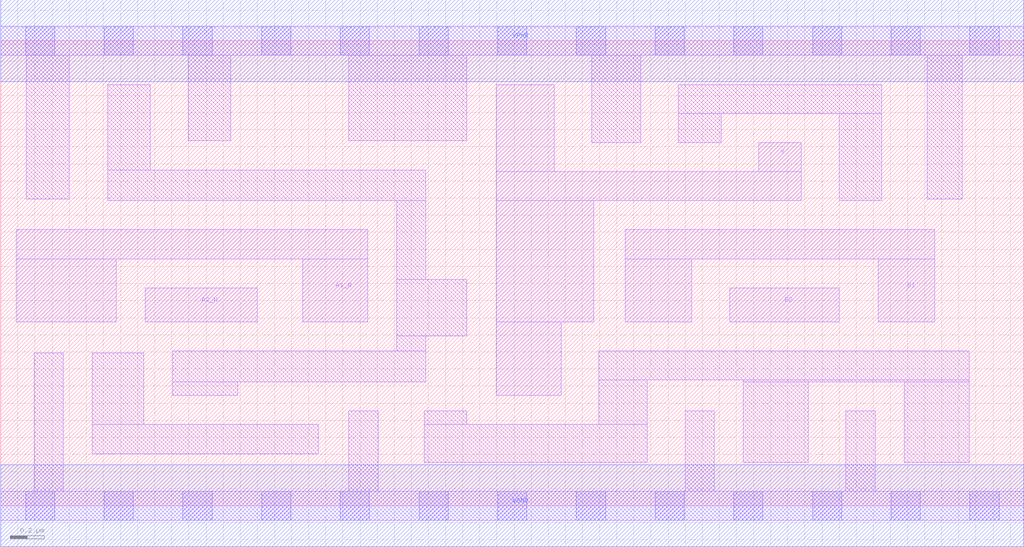
<source format=lef>
# Copyright 2020 The SkyWater PDK Authors
#
# Licensed under the Apache License, Version 2.0 (the "License");
# you may not use this file except in compliance with the License.
# You may obtain a copy of the License at
#
#     https://www.apache.org/licenses/LICENSE-2.0
#
# Unless required by applicable law or agreed to in writing, software
# distributed under the License is distributed on an "AS IS" BASIS,
# WITHOUT WARRANTIES OR CONDITIONS OF ANY KIND, either express or implied.
# See the License for the specific language governing permissions and
# limitations under the License.
#
# SPDX-License-Identifier: Apache-2.0

VERSION 5.7 ;
  NAMESCASESENSITIVE ON ;
  NOWIREEXTENSIONATPIN ON ;
  DIVIDERCHAR "/" ;
  BUSBITCHARS "[]" ;
UNITS
  DATABASE MICRONS 200 ;
END UNITS
PROPERTYDEFINITIONS
  MACRO maskLayoutSubType STRING ;
  MACRO prCellType STRING ;
  MACRO originalViewName STRING ;
END PROPERTYDEFINITIONS
MACRO sky130_fd_sc_hdll__o2bb2ai_2
  CLASS CORE ;
  FOREIGN sky130_fd_sc_hdll__o2bb2ai_2 ;
  ORIGIN  0.000000  0.000000 ;
  SIZE  5.980000 BY  2.720000 ;
  SYMMETRY X Y R90 ;
  SITE unithd ;
  PIN A1_N
    ANTENNAGATEAREA  0.555000 ;
    DIRECTION INPUT ;
    USE SIGNAL ;
    PORT
      LAYER li1 ;
        RECT 0.090000 1.075000 0.675000 1.445000 ;
        RECT 0.090000 1.445000 2.145000 1.615000 ;
        RECT 1.765000 1.075000 2.145000 1.445000 ;
    END
  END A1_N
  PIN A2_N
    ANTENNAGATEAREA  0.555000 ;
    DIRECTION INPUT ;
    USE SIGNAL ;
    PORT
      LAYER li1 ;
        RECT 0.845000 1.075000 1.500000 1.275000 ;
    END
  END A2_N
  PIN B1
    ANTENNAGATEAREA  0.555000 ;
    DIRECTION INPUT ;
    USE SIGNAL ;
    PORT
      LAYER li1 ;
        RECT 3.650000 1.075000 4.040000 1.445000 ;
        RECT 3.650000 1.445000 5.460000 1.615000 ;
        RECT 5.130000 1.075000 5.460000 1.445000 ;
    END
  END B1
  PIN B2
    ANTENNAGATEAREA  0.555000 ;
    DIRECTION INPUT ;
    USE SIGNAL ;
    PORT
      LAYER li1 ;
        RECT 4.260000 1.075000 4.900000 1.275000 ;
    END
  END B2
  PIN VGND
    ANTENNADIFFAREA  0.734500 ;
    DIRECTION INOUT ;
    USE SIGNAL ;
    PORT
      LAYER met1 ;
        RECT 0.000000 -0.240000 5.980000 0.240000 ;
    END
  END VGND
  PIN VPWR
    ANTENNADIFFAREA  1.960000 ;
    DIRECTION INOUT ;
    USE SIGNAL ;
    PORT
      LAYER met1 ;
        RECT 0.000000 2.480000 5.980000 2.960000 ;
    END
  END VPWR
  PIN Y
    ANTENNADIFFAREA  0.788000 ;
    DIRECTION OUTPUT ;
    USE SIGNAL ;
    PORT
      LAYER li1 ;
        RECT 2.895000 0.645000 3.275000 1.075000 ;
        RECT 2.895000 1.075000 3.465000 1.785000 ;
        RECT 2.895000 1.785000 4.680000 1.955000 ;
        RECT 2.895000 1.955000 3.235000 2.465000 ;
        RECT 4.430000 1.955000 4.680000 2.125000 ;
    END
  END Y
  OBS
    LAYER li1 ;
      RECT 0.000000 -0.085000 5.980000 0.085000 ;
      RECT 0.000000  2.635000 5.980000 2.805000 ;
      RECT 0.150000  1.795000 0.400000 2.635000 ;
      RECT 0.195000  0.085000 0.365000 0.895000 ;
      RECT 0.535000  0.305000 1.855000 0.475000 ;
      RECT 0.535000  0.475000 0.835000 0.895000 ;
      RECT 0.625000  1.785000 2.485000 1.965000 ;
      RECT 0.625000  1.965000 0.875000 2.465000 ;
      RECT 1.005000  0.645000 1.385000 0.725000 ;
      RECT 1.005000  0.725000 2.485000 0.905000 ;
      RECT 1.095000  2.135000 1.345000 2.635000 ;
      RECT 2.035000  0.085000 2.205000 0.555000 ;
      RECT 2.035000  2.135000 2.725000 2.635000 ;
      RECT 2.315000  0.905000 2.485000 0.995000 ;
      RECT 2.315000  0.995000 2.725000 1.325000 ;
      RECT 2.315000  1.325000 2.485000 1.785000 ;
      RECT 2.475000  0.255000 3.780000 0.475000 ;
      RECT 2.475000  0.475000 2.725000 0.555000 ;
      RECT 3.455000  2.125000 3.740000 2.635000 ;
      RECT 3.495000  0.475000 3.780000 0.735000 ;
      RECT 3.495000  0.735000 5.660000 0.905000 ;
      RECT 3.960000  2.125000 4.210000 2.295000 ;
      RECT 3.960000  2.295000 5.150000 2.465000 ;
      RECT 4.000000  0.085000 4.170000 0.555000 ;
      RECT 4.340000  0.255000 4.720000 0.725000 ;
      RECT 4.340000  0.725000 5.660000 0.735000 ;
      RECT 4.900000  1.785000 5.150000 2.295000 ;
      RECT 4.940000  0.085000 5.110000 0.555000 ;
      RECT 5.280000  0.255000 5.660000 0.725000 ;
      RECT 5.415000  1.795000 5.620000 2.635000 ;
    LAYER mcon ;
      RECT 0.145000 -0.085000 0.315000 0.085000 ;
      RECT 0.145000  2.635000 0.315000 2.805000 ;
      RECT 0.605000 -0.085000 0.775000 0.085000 ;
      RECT 0.605000  2.635000 0.775000 2.805000 ;
      RECT 1.065000 -0.085000 1.235000 0.085000 ;
      RECT 1.065000  2.635000 1.235000 2.805000 ;
      RECT 1.525000 -0.085000 1.695000 0.085000 ;
      RECT 1.525000  2.635000 1.695000 2.805000 ;
      RECT 1.985000 -0.085000 2.155000 0.085000 ;
      RECT 1.985000  2.635000 2.155000 2.805000 ;
      RECT 2.445000 -0.085000 2.615000 0.085000 ;
      RECT 2.445000  2.635000 2.615000 2.805000 ;
      RECT 2.905000 -0.085000 3.075000 0.085000 ;
      RECT 2.905000  2.635000 3.075000 2.805000 ;
      RECT 3.365000 -0.085000 3.535000 0.085000 ;
      RECT 3.365000  2.635000 3.535000 2.805000 ;
      RECT 3.825000 -0.085000 3.995000 0.085000 ;
      RECT 3.825000  2.635000 3.995000 2.805000 ;
      RECT 4.285000 -0.085000 4.455000 0.085000 ;
      RECT 4.285000  2.635000 4.455000 2.805000 ;
      RECT 4.745000 -0.085000 4.915000 0.085000 ;
      RECT 4.745000  2.635000 4.915000 2.805000 ;
      RECT 5.205000 -0.085000 5.375000 0.085000 ;
      RECT 5.205000  2.635000 5.375000 2.805000 ;
      RECT 5.665000 -0.085000 5.835000 0.085000 ;
      RECT 5.665000  2.635000 5.835000 2.805000 ;
  END
  PROPERTY maskLayoutSubType "abstract" ;
  PROPERTY prCellType "standard" ;
  PROPERTY originalViewName "layout" ;
END sky130_fd_sc_hdll__o2bb2ai_2
END LIBRARY

</source>
